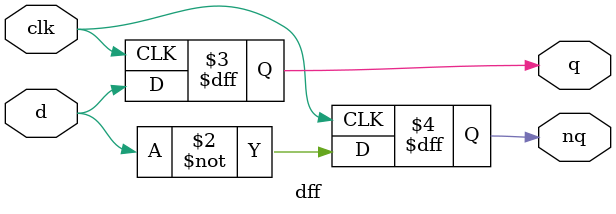
<source format=sv>
module top_module (
    input clk,
    input x,
    output z
);

    wire q1, q2, q3;
    wire nq1, nq2, nq3;

    // D Flip-Flops
    dff dff1 (.clk(clk), .d(q1), .q(q1), .nq(nq1));
    dff dff2 (.clk(clk), .d(q2), .q(q2), .nq(nq2));
    dff dff3 (.clk(clk), .d(q3), .q(q3), .nq(nq3));

    // XOR Gate
    xor xor1 (q1, x);
    xor xor2 (q2, x);
    xor xor3 (q3, x);

    // AND Gate
    and and1 (q1, nq1);
    and and2 (q2, nq2);
    and and3 (q3, nq3);

    // OR Gate
    or or1 (q1, nq1);
    or or2 (q2, nq2);
    or or3 (q3, nq3);

    // XNOR Gate
    xnor xnor1 (z, q1, q2, q3);

endmodule
module dff (
    input clk,
    input d,
    output reg q,
    output reg nq
);

    always @(posedge clk) begin
        q <= d;
        nq <= ~d;
    end

endmodule

</source>
